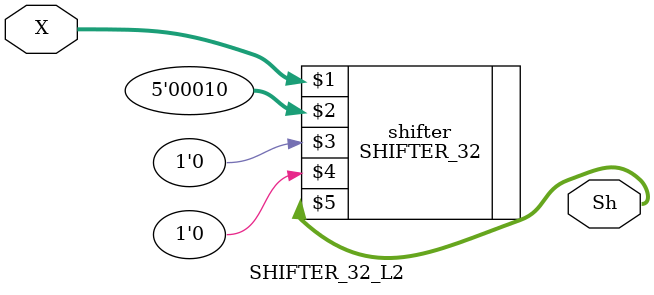
<source format=v>
`timescale 1ns / 1ps

module SHIFTER_32_L2(X, Sh);

    input [31:0] X;
    output [31:0] Sh;

    SHIFTER_32 shifter (X, 5'b00010, 1'b0, 1'b0, Sh);

endmodule
</source>
